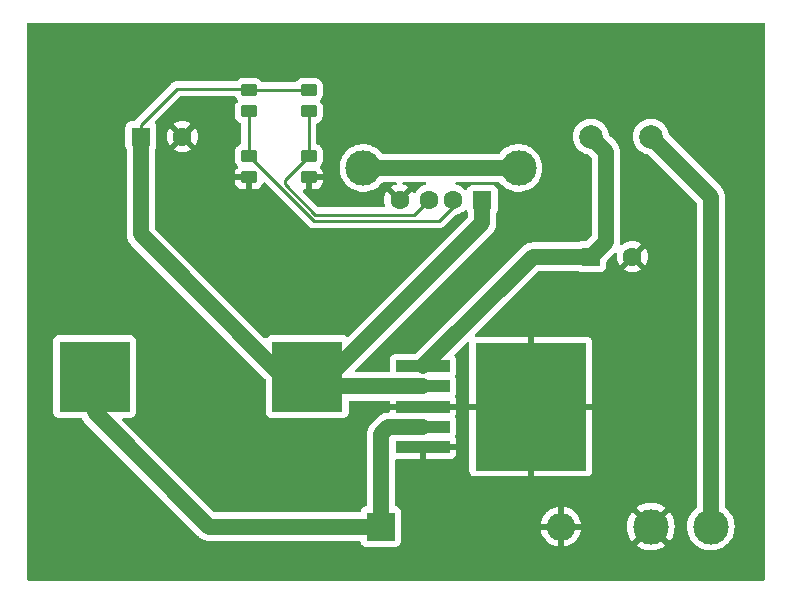
<source format=gbr>
%TF.GenerationSoftware,KiCad,Pcbnew,(6.0.4-0)*%
%TF.CreationDate,2022-06-08T11:17:20-07:00*%
%TF.ProjectId,DC_To_DC_Converter,44435f54-6f5f-4444-935f-436f6e766572,rev?*%
%TF.SameCoordinates,Original*%
%TF.FileFunction,Copper,L1,Top*%
%TF.FilePolarity,Positive*%
%FSLAX46Y46*%
G04 Gerber Fmt 4.6, Leading zero omitted, Abs format (unit mm)*
G04 Created by KiCad (PCBNEW (6.0.4-0)) date 2022-06-08 11:17:20*
%MOMM*%
%LPD*%
G01*
G04 APERTURE LIST*
G04 Aperture macros list*
%AMRoundRect*
0 Rectangle with rounded corners*
0 $1 Rounding radius*
0 $2 $3 $4 $5 $6 $7 $8 $9 X,Y pos of 4 corners*
0 Add a 4 corners polygon primitive as box body*
4,1,4,$2,$3,$4,$5,$6,$7,$8,$9,$2,$3,0*
0 Add four circle primitives for the rounded corners*
1,1,$1+$1,$2,$3*
1,1,$1+$1,$4,$5*
1,1,$1+$1,$6,$7*
1,1,$1+$1,$8,$9*
0 Add four rect primitives between the rounded corners*
20,1,$1+$1,$2,$3,$4,$5,0*
20,1,$1+$1,$4,$5,$6,$7,0*
20,1,$1+$1,$6,$7,$8,$9,0*
20,1,$1+$1,$8,$9,$2,$3,0*%
G04 Aperture macros list end*
%TA.AperFunction,SMDPad,CuDef*%
%ADD10RoundRect,0.250000X-0.450000X0.262500X-0.450000X-0.262500X0.450000X-0.262500X0.450000X0.262500X0*%
%TD*%
%TA.AperFunction,ComponentPad*%
%ADD11R,1.600000X1.600000*%
%TD*%
%TA.AperFunction,ComponentPad*%
%ADD12C,1.600000*%
%TD*%
%TA.AperFunction,ComponentPad*%
%ADD13C,2.000000*%
%TD*%
%TA.AperFunction,ComponentPad*%
%ADD14C,3.000000*%
%TD*%
%TA.AperFunction,ComponentPad*%
%ADD15R,2.400000X2.400000*%
%TD*%
%TA.AperFunction,ComponentPad*%
%ADD16O,2.400000X2.400000*%
%TD*%
%TA.AperFunction,SMDPad,CuDef*%
%ADD17R,4.600000X1.100000*%
%TD*%
%TA.AperFunction,SMDPad,CuDef*%
%ADD18R,9.400000X10.800000*%
%TD*%
%TA.AperFunction,ComponentPad*%
%ADD19R,1.600000X1.500000*%
%TD*%
%TA.AperFunction,SMDPad,CuDef*%
%ADD20R,6.000000X6.000000*%
%TD*%
%TA.AperFunction,Conductor*%
%ADD21C,0.250000*%
%TD*%
%TA.AperFunction,Conductor*%
%ADD22C,1.367030*%
%TD*%
G04 APERTURE END LIST*
D10*
%TO.P,R4,1*%
%TO.N,/2V*%
X141224000Y-37187500D03*
%TO.P,R4,2*%
%TO.N,GND*%
X141224000Y-39012500D03*
%TD*%
%TO.P,R3,1*%
%TO.N,/5V*%
X141224000Y-31599500D03*
%TO.P,R3,2*%
%TO.N,/2V*%
X141224000Y-33424500D03*
%TD*%
%TO.P,R2,1*%
%TO.N,/2.75V*%
X136144000Y-37187500D03*
%TO.P,R2,2*%
%TO.N,GND*%
X136144000Y-39012500D03*
%TD*%
%TO.P,R1,1*%
%TO.N,/5V*%
X136144000Y-31599500D03*
%TO.P,R1,2*%
%TO.N,/2.75V*%
X136144000Y-33424500D03*
%TD*%
D11*
%TO.P,C1,1*%
%TO.N,Net-(C1-Pad1)*%
X165100000Y-45720000D03*
D12*
%TO.P,C1,2*%
%TO.N,GND*%
X168600000Y-45720000D03*
%TD*%
D13*
%TO.P,FB1,1*%
%TO.N,Net-(FB1-Pad1)*%
X170180000Y-35560000D03*
%TO.P,FB1,2*%
%TO.N,Net-(C1-Pad1)*%
X165100000Y-35560000D03*
%TD*%
D14*
%TO.P,J1,1,Pin_1*%
%TO.N,Net-(FB1-Pad1)*%
X175260000Y-68580000D03*
%TO.P,J1,2,Pin_2*%
%TO.N,GND*%
X170180000Y-68580000D03*
%TD*%
D15*
%TO.P,D1,1,K*%
%TO.N,Net-(D1-Pad1)*%
X147320000Y-68580000D03*
D16*
%TO.P,D1,2,A*%
%TO.N,GND*%
X162560000Y-68580000D03*
%TD*%
D17*
%TO.P,U1,1,VIN*%
%TO.N,Net-(C1-Pad1)*%
X150870000Y-55020000D03*
%TO.P,U1,2,OUT*%
%TO.N,/5V*%
X150870000Y-56720000D03*
%TO.P,U1,3,GND*%
%TO.N,GND*%
X150870000Y-58420000D03*
D18*
X160020000Y-58420000D03*
D17*
%TO.P,U1,4,FB*%
%TO.N,Net-(D1-Pad1)*%
X150870000Y-60120000D03*
%TO.P,U1,5,~{ON}/OFF*%
%TO.N,GND*%
X150870000Y-61820000D03*
%TD*%
D11*
%TO.P,C2,1*%
%TO.N,/5V*%
X127000000Y-35560000D03*
D12*
%TO.P,C2,2*%
%TO.N,GND*%
X130500000Y-35560000D03*
%TD*%
D19*
%TO.P,J2,1,VBUS*%
%TO.N,/5V*%
X155900000Y-40920000D03*
D12*
%TO.P,J2,2,D-*%
%TO.N,/2.75V*%
X153400000Y-40920000D03*
%TO.P,J2,3,D+*%
%TO.N,/2V*%
X151400000Y-40920000D03*
%TO.P,J2,4,GND*%
%TO.N,GND*%
X148900000Y-40920000D03*
D14*
%TO.P,J2,5,Shield*%
%TO.N,unconnected-(J2-Pad5)*%
X158970000Y-38210000D03*
X145830000Y-38210000D03*
%TD*%
D20*
%TO.P,L1,1,1*%
%TO.N,Net-(D1-Pad1)*%
X123080000Y-55880000D03*
%TO.P,L1,2,2*%
%TO.N,/5V*%
X141080000Y-55880000D03*
%TD*%
D21*
%TO.N,/2V*%
X141224000Y-37187500D02*
X139192000Y-39219500D01*
X139192000Y-39219500D02*
X139192000Y-39599782D01*
X139192000Y-39599782D02*
X141756218Y-42164000D01*
X141756218Y-42164000D02*
X150156000Y-42164000D01*
X150156000Y-42164000D02*
X151400000Y-40920000D01*
%TO.N,/2.75V*%
X136144000Y-37187500D02*
X141628500Y-42672000D01*
X153400000Y-41547489D02*
X153400000Y-40920000D01*
X141628500Y-42672000D02*
X152275489Y-42672000D01*
X152275489Y-42672000D02*
X153400000Y-41547489D01*
%TO.N,/5V*%
X136144000Y-31599500D02*
X141224000Y-31599500D01*
X130048000Y-31496000D02*
X136040500Y-31496000D01*
X136040500Y-31496000D02*
X136144000Y-31599500D01*
%TO.N,/2.75V*%
X136144000Y-33424500D02*
X136144000Y-37187500D01*
%TO.N,/2V*%
X141224000Y-33424500D02*
X141224000Y-37187500D01*
%TO.N,/5V*%
X127000000Y-34544000D02*
X130048000Y-31496000D01*
X127000000Y-35560000D02*
X127000000Y-34544000D01*
D22*
X141080000Y-55880000D02*
X139040000Y-55880000D01*
X139040000Y-55880000D02*
X127000000Y-43840000D01*
X127000000Y-43840000D02*
X127000000Y-35560000D01*
X141080000Y-55880000D02*
X142875000Y-55880000D01*
X155900000Y-42855000D02*
X155900000Y-40920000D01*
X142875000Y-55880000D02*
X155900000Y-42855000D01*
%TO.N,Net-(C1-Pad1)*%
X160170000Y-45720000D02*
X150870000Y-55020000D01*
X166370000Y-44450000D02*
X165100000Y-45720000D01*
X165100000Y-35560000D02*
X166370000Y-36830000D01*
X166370000Y-36830000D02*
X166370000Y-44450000D01*
X165100000Y-45720000D02*
X160170000Y-45720000D01*
%TO.N,/5V*%
X141920000Y-56720000D02*
X150870000Y-56720000D01*
X141080000Y-55880000D02*
X141920000Y-56720000D01*
%TO.N,Net-(D1-Pad1)*%
X147320000Y-68580000D02*
X132740000Y-68580000D01*
X147320000Y-68580000D02*
X147320000Y-60753948D01*
X132740000Y-68580000D02*
X123080000Y-58920000D01*
X147953948Y-60120000D02*
X150870000Y-60120000D01*
X147320000Y-60753948D02*
X147953948Y-60120000D01*
%TO.N,Net-(FB1-Pad1)*%
X175260000Y-40640000D02*
X170180000Y-35560000D01*
X175260000Y-66040000D02*
X175260000Y-40640000D01*
X175260000Y-68580000D02*
X175260000Y-63500000D01*
%TO.N,unconnected-(J2-Pad5)*%
X145830000Y-38210000D02*
X158970000Y-38210000D01*
%TD*%
%TA.AperFunction,Conductor*%
%TO.N,GND*%
G36*
X179773621Y-25928502D02*
G01*
X179820114Y-25982158D01*
X179831500Y-26034500D01*
X179831500Y-73025500D01*
X179811498Y-73093621D01*
X179757842Y-73140114D01*
X179705500Y-73151500D01*
X117474500Y-73151500D01*
X117406379Y-73131498D01*
X117359886Y-73077842D01*
X117348500Y-73025500D01*
X117348500Y-58928134D01*
X119571500Y-58928134D01*
X119578255Y-58990316D01*
X119629385Y-59126705D01*
X119716739Y-59243261D01*
X119833295Y-59330615D01*
X119969684Y-59381745D01*
X120031866Y-59388500D01*
X121903382Y-59388500D01*
X121971503Y-59408502D01*
X122014890Y-59455832D01*
X122049633Y-59521866D01*
X122076009Y-59571999D01*
X122186899Y-59712662D01*
X122189534Y-59715297D01*
X131865679Y-69391443D01*
X131871316Y-69397460D01*
X131889377Y-69418054D01*
X131915956Y-69448362D01*
X131920491Y-69451937D01*
X131920492Y-69451938D01*
X131988445Y-69505508D01*
X131991007Y-69507583D01*
X132061943Y-69566579D01*
X132066976Y-69569398D01*
X132066981Y-69569401D01*
X132066999Y-69569411D01*
X132083448Y-69580402D01*
X132088001Y-69583991D01*
X132169699Y-69626975D01*
X132172570Y-69628534D01*
X132248044Y-69670802D01*
X132248050Y-69670805D01*
X132253086Y-69673625D01*
X132258555Y-69675482D01*
X132258558Y-69675483D01*
X132258587Y-69675493D01*
X132276738Y-69683291D01*
X132281881Y-69685997D01*
X132287386Y-69687706D01*
X132287390Y-69687708D01*
X132370035Y-69713369D01*
X132373173Y-69714389D01*
X132455066Y-69742189D01*
X132455071Y-69742190D01*
X132460538Y-69744046D01*
X132466253Y-69744875D01*
X132466258Y-69744876D01*
X132466287Y-69744880D01*
X132485567Y-69749243D01*
X132491104Y-69750962D01*
X132570344Y-69760340D01*
X132582769Y-69761811D01*
X132586039Y-69762242D01*
X132616043Y-69766592D01*
X132677348Y-69775481D01*
X132763104Y-69772112D01*
X132768050Y-69772015D01*
X145492350Y-69772015D01*
X145560471Y-69792017D01*
X145606964Y-69845673D01*
X145615004Y-69874914D01*
X145615575Y-69874778D01*
X145617402Y-69882460D01*
X145618255Y-69890316D01*
X145669385Y-70026705D01*
X145756739Y-70143261D01*
X145873295Y-70230615D01*
X146009684Y-70281745D01*
X146071866Y-70288500D01*
X148568134Y-70288500D01*
X148630316Y-70281745D01*
X148766705Y-70230615D01*
X148883261Y-70143261D01*
X148970615Y-70026705D01*
X149021745Y-69890316D01*
X149028500Y-69828134D01*
X149028500Y-68853460D01*
X160872852Y-68853460D01*
X160908593Y-69033143D01*
X160911082Y-69042118D01*
X160993708Y-69272250D01*
X160997505Y-69280778D01*
X161113234Y-69496160D01*
X161118245Y-69504027D01*
X161264550Y-69699953D01*
X161270656Y-69706977D01*
X161444316Y-69879127D01*
X161451398Y-69885176D01*
X161648586Y-70029760D01*
X161656505Y-70034708D01*
X161872877Y-70148547D01*
X161881451Y-70152275D01*
X162112282Y-70232885D01*
X162121291Y-70235299D01*
X162288201Y-70266988D01*
X162301261Y-70265704D01*
X162305506Y-70252360D01*
X162814000Y-70252360D01*
X162818171Y-70266565D01*
X162830933Y-70268620D01*
X162867487Y-70264617D01*
X162876649Y-70262919D01*
X163113107Y-70200665D01*
X163121926Y-70197628D01*
X163187037Y-70169654D01*
X168955618Y-70169654D01*
X168962673Y-70179627D01*
X168993679Y-70205551D01*
X169000598Y-70210579D01*
X169225272Y-70351515D01*
X169232807Y-70355556D01*
X169474520Y-70464694D01*
X169482551Y-70467680D01*
X169736832Y-70543002D01*
X169745184Y-70544869D01*
X170007340Y-70584984D01*
X170015874Y-70585700D01*
X170281045Y-70589867D01*
X170289596Y-70589418D01*
X170552883Y-70557557D01*
X170561284Y-70555955D01*
X170817824Y-70488653D01*
X170825926Y-70485926D01*
X171070949Y-70384434D01*
X171078617Y-70380628D01*
X171307598Y-70246822D01*
X171314679Y-70242009D01*
X171394655Y-70179301D01*
X171403125Y-70167442D01*
X171396608Y-70155818D01*
X170192812Y-68952022D01*
X170178868Y-68944408D01*
X170177035Y-68944539D01*
X170170420Y-68948790D01*
X168962910Y-70156300D01*
X168955618Y-70169654D01*
X163187037Y-70169654D01*
X163346584Y-70101107D01*
X163354856Y-70096800D01*
X163562777Y-69968135D01*
X163570317Y-69962657D01*
X163756943Y-69804668D01*
X163763593Y-69798132D01*
X163924813Y-69614295D01*
X163930420Y-69606854D01*
X164062700Y-69401202D01*
X164067147Y-69393011D01*
X164167572Y-69170076D01*
X164170767Y-69161298D01*
X164237135Y-68925973D01*
X164238993Y-68916844D01*
X164247246Y-68851969D01*
X164244958Y-68837708D01*
X164231938Y-68834000D01*
X162832115Y-68834000D01*
X162816876Y-68838475D01*
X162815671Y-68839865D01*
X162814000Y-68847548D01*
X162814000Y-70252360D01*
X162305506Y-70252360D01*
X162306000Y-70250808D01*
X162306000Y-68852115D01*
X162301525Y-68836876D01*
X162300135Y-68835671D01*
X162292452Y-68834000D01*
X160887096Y-68834000D01*
X160874695Y-68837641D01*
X160872852Y-68853460D01*
X149028500Y-68853460D01*
X149028500Y-68563204D01*
X168167665Y-68563204D01*
X168182932Y-68827969D01*
X168184005Y-68836470D01*
X168235065Y-69096722D01*
X168237276Y-69104974D01*
X168323184Y-69355894D01*
X168326499Y-69363779D01*
X168445664Y-69600713D01*
X168450020Y-69608079D01*
X168579347Y-69796250D01*
X168589601Y-69804594D01*
X168603342Y-69797448D01*
X169807978Y-68592812D01*
X169814356Y-68581132D01*
X170544408Y-68581132D01*
X170544539Y-68582965D01*
X170548790Y-68589580D01*
X171755730Y-69796520D01*
X171767939Y-69803187D01*
X171779439Y-69794497D01*
X171876831Y-69661913D01*
X171881418Y-69654685D01*
X172007962Y-69421621D01*
X172011530Y-69413827D01*
X172105271Y-69165750D01*
X172107748Y-69157544D01*
X172166954Y-68899038D01*
X172168294Y-68890577D01*
X172192031Y-68624616D01*
X172192277Y-68619677D01*
X172192666Y-68582485D01*
X172192523Y-68577519D01*
X172174362Y-68311123D01*
X172173201Y-68302649D01*
X172119419Y-68042944D01*
X172117120Y-68034709D01*
X172028588Y-67784705D01*
X172025191Y-67776854D01*
X171903550Y-67541178D01*
X171899122Y-67533866D01*
X171780031Y-67364417D01*
X171769509Y-67356037D01*
X171756121Y-67363089D01*
X170552022Y-68567188D01*
X170544408Y-68581132D01*
X169814356Y-68581132D01*
X169815592Y-68578868D01*
X169815461Y-68577035D01*
X169811210Y-68570420D01*
X168603814Y-67363024D01*
X168591804Y-67356466D01*
X168580064Y-67365434D01*
X168471935Y-67515911D01*
X168467418Y-67523196D01*
X168343325Y-67757567D01*
X168339839Y-67765395D01*
X168248700Y-68014446D01*
X168246311Y-68022670D01*
X168189812Y-68281795D01*
X168188563Y-68290250D01*
X168167754Y-68554653D01*
X168167665Y-68563204D01*
X149028500Y-68563204D01*
X149028500Y-68307976D01*
X160870675Y-68307976D01*
X160873435Y-68322703D01*
X160885614Y-68326000D01*
X162287885Y-68326000D01*
X162303124Y-68321525D01*
X162304329Y-68320135D01*
X162306000Y-68312452D01*
X162306000Y-68307885D01*
X162814000Y-68307885D01*
X162818475Y-68323124D01*
X162819865Y-68324329D01*
X162827548Y-68326000D01*
X164235671Y-68326000D01*
X164249202Y-68322027D01*
X164250634Y-68312068D01*
X164198979Y-68083786D01*
X164196255Y-68074875D01*
X164107633Y-67846983D01*
X164103619Y-67838567D01*
X163982286Y-67626281D01*
X163977070Y-67618548D01*
X163825692Y-67426525D01*
X163819399Y-67419657D01*
X163641294Y-67252112D01*
X163634060Y-67246254D01*
X163433141Y-67106872D01*
X163425115Y-67102144D01*
X163205810Y-66993995D01*
X163202110Y-66992500D01*
X168956584Y-66992500D01*
X168962980Y-67003770D01*
X170167188Y-68207978D01*
X170181132Y-68215592D01*
X170182965Y-68215461D01*
X170189580Y-68211210D01*
X171396604Y-67004186D01*
X171403795Y-66991017D01*
X171396473Y-66980780D01*
X171349233Y-66942115D01*
X171342261Y-66937160D01*
X171116122Y-66798582D01*
X171108552Y-66794624D01*
X170865704Y-66688022D01*
X170857644Y-66685120D01*
X170602592Y-66612467D01*
X170594214Y-66610685D01*
X170331656Y-66573318D01*
X170323111Y-66572691D01*
X170057908Y-66571302D01*
X170049374Y-66571839D01*
X169786433Y-66606456D01*
X169778035Y-66608149D01*
X169522238Y-66678127D01*
X169514143Y-66680946D01*
X169270199Y-66784997D01*
X169262577Y-66788881D01*
X169035013Y-66925075D01*
X169027981Y-66929962D01*
X168965053Y-66980377D01*
X168956584Y-66992500D01*
X163202110Y-66992500D01*
X163197177Y-66990507D01*
X162964288Y-66915958D01*
X162955238Y-66913785D01*
X162831880Y-66893696D01*
X162818286Y-66895393D01*
X162814000Y-66909500D01*
X162814000Y-68307885D01*
X162306000Y-68307885D01*
X162306000Y-66908859D01*
X162301982Y-66895175D01*
X162288290Y-66893154D01*
X162208521Y-66904010D01*
X162199403Y-66905948D01*
X161964668Y-66974367D01*
X161955915Y-66977639D01*
X161733869Y-67080004D01*
X161725714Y-67084524D01*
X161521233Y-67218587D01*
X161513828Y-67224270D01*
X161331413Y-67387082D01*
X161324935Y-67393790D01*
X161168584Y-67581781D01*
X161163163Y-67589381D01*
X161036322Y-67798409D01*
X161032084Y-67806726D01*
X160937529Y-68032214D01*
X160934572Y-68041052D01*
X160874382Y-68278048D01*
X160872764Y-68287228D01*
X160870675Y-68307976D01*
X149028500Y-68307976D01*
X149028500Y-67331866D01*
X149021745Y-67269684D01*
X148970615Y-67133295D01*
X148883261Y-67016739D01*
X148766705Y-66929385D01*
X148630316Y-66878255D01*
X148622460Y-66877402D01*
X148614778Y-66875575D01*
X148615203Y-66873789D01*
X148558844Y-66850370D01*
X148518418Y-66792006D01*
X148512015Y-66752350D01*
X148512015Y-63864669D01*
X154812001Y-63864669D01*
X154812371Y-63871490D01*
X154817895Y-63922352D01*
X154821521Y-63937604D01*
X154866676Y-64058054D01*
X154875214Y-64073649D01*
X154951715Y-64175724D01*
X154964276Y-64188285D01*
X155066351Y-64264786D01*
X155081946Y-64273324D01*
X155202394Y-64318478D01*
X155217649Y-64322105D01*
X155268514Y-64327631D01*
X155275328Y-64328000D01*
X159747885Y-64328000D01*
X159763124Y-64323525D01*
X159764329Y-64322135D01*
X159766000Y-64314452D01*
X159766000Y-64309884D01*
X160274000Y-64309884D01*
X160278475Y-64325123D01*
X160279865Y-64326328D01*
X160287548Y-64327999D01*
X164764669Y-64327999D01*
X164771490Y-64327629D01*
X164822352Y-64322105D01*
X164837604Y-64318479D01*
X164958054Y-64273324D01*
X164973649Y-64264786D01*
X165075724Y-64188285D01*
X165088285Y-64175724D01*
X165164786Y-64073649D01*
X165173324Y-64058054D01*
X165218478Y-63937606D01*
X165222105Y-63922351D01*
X165227631Y-63871486D01*
X165228000Y-63864672D01*
X165228000Y-58692115D01*
X165223525Y-58676876D01*
X165222135Y-58675671D01*
X165214452Y-58674000D01*
X160292115Y-58674000D01*
X160276876Y-58678475D01*
X160275671Y-58679865D01*
X160274000Y-58687548D01*
X160274000Y-64309884D01*
X159766000Y-64309884D01*
X159766000Y-58692115D01*
X159761525Y-58676876D01*
X159760135Y-58675671D01*
X159752452Y-58674000D01*
X154830116Y-58674000D01*
X154814877Y-58678475D01*
X154813672Y-58679865D01*
X154812001Y-58687548D01*
X154812001Y-63864669D01*
X148512015Y-63864669D01*
X148512015Y-63004000D01*
X148532017Y-62935879D01*
X148585673Y-62889386D01*
X148638015Y-62878000D01*
X150597885Y-62878000D01*
X150613124Y-62873525D01*
X150614329Y-62872135D01*
X150616000Y-62864452D01*
X150616000Y-62859884D01*
X151124000Y-62859884D01*
X151128475Y-62875123D01*
X151129865Y-62876328D01*
X151137548Y-62877999D01*
X153214669Y-62877999D01*
X153221490Y-62877629D01*
X153272352Y-62872105D01*
X153287604Y-62868479D01*
X153408054Y-62823324D01*
X153423649Y-62814786D01*
X153525724Y-62738285D01*
X153538285Y-62725724D01*
X153614786Y-62623649D01*
X153623324Y-62608054D01*
X153668478Y-62487606D01*
X153672105Y-62472351D01*
X153677631Y-62421486D01*
X153678000Y-62414672D01*
X153678000Y-62092115D01*
X153673525Y-62076876D01*
X153672135Y-62075671D01*
X153664452Y-62074000D01*
X151142115Y-62074000D01*
X151126876Y-62078475D01*
X151125671Y-62079865D01*
X151124000Y-62087548D01*
X151124000Y-62859884D01*
X150616000Y-62859884D01*
X150616000Y-61692000D01*
X150636002Y-61623879D01*
X150689658Y-61577386D01*
X150742000Y-61566000D01*
X153659884Y-61566000D01*
X153675123Y-61561525D01*
X153676328Y-61560135D01*
X153677999Y-61552452D01*
X153677999Y-61225331D01*
X153677629Y-61218510D01*
X153672105Y-61167648D01*
X153668479Y-61152396D01*
X153623321Y-61031939D01*
X153622826Y-61031034D01*
X153622607Y-61030034D01*
X153620172Y-61023538D01*
X153621110Y-61023186D01*
X153607657Y-60961677D01*
X153620838Y-60916788D01*
X153620615Y-60916705D01*
X153621756Y-60913663D01*
X153621758Y-60913656D01*
X153671745Y-60780316D01*
X153678500Y-60718134D01*
X153678500Y-59521866D01*
X153671745Y-59459684D01*
X153620615Y-59323295D01*
X153621307Y-59323036D01*
X153607657Y-59260626D01*
X153620580Y-59216615D01*
X153620172Y-59216462D01*
X153622262Y-59210888D01*
X153622826Y-59208966D01*
X153623321Y-59208061D01*
X153668478Y-59087606D01*
X153672105Y-59072351D01*
X153677631Y-59021486D01*
X153678000Y-59014672D01*
X153678000Y-58692115D01*
X153673525Y-58676876D01*
X153672135Y-58675671D01*
X153664452Y-58674000D01*
X148080116Y-58674000D01*
X148064877Y-58678475D01*
X148063672Y-58679865D01*
X148062001Y-58687548D01*
X148062001Y-58797895D01*
X148041999Y-58866016D01*
X147988343Y-58912509D01*
X147934119Y-58922461D01*
X147934147Y-58923515D01*
X147928378Y-58923666D01*
X147922611Y-58923288D01*
X147830914Y-58934142D01*
X147827654Y-58934483D01*
X147800932Y-58936939D01*
X147741545Y-58942395D01*
X147741543Y-58942395D01*
X147735790Y-58942924D01*
X147730236Y-58944490D01*
X147730227Y-58944492D01*
X147730204Y-58944499D01*
X147710823Y-58948355D01*
X147705052Y-58949038D01*
X147616893Y-58976412D01*
X147613788Y-58977331D01*
X147530509Y-59000818D01*
X147530501Y-59000821D01*
X147524938Y-59002390D01*
X147519758Y-59004944D01*
X147519751Y-59004947D01*
X147519732Y-59004957D01*
X147501380Y-59012279D01*
X147501362Y-59012285D01*
X147495829Y-59014003D01*
X147490722Y-59016690D01*
X147490717Y-59016692D01*
X147414183Y-59056959D01*
X147411245Y-59058457D01*
X147391377Y-59068255D01*
X147328453Y-59099286D01*
X147323804Y-59102758D01*
X147307082Y-59113308D01*
X147301949Y-59116009D01*
X147297412Y-59119586D01*
X147297407Y-59119589D01*
X147229491Y-59173131D01*
X147226873Y-59175140D01*
X147171331Y-59216615D01*
X147152917Y-59230365D01*
X147148993Y-59234610D01*
X147094647Y-59293401D01*
X147091217Y-59296968D01*
X146508549Y-59879635D01*
X146502532Y-59885271D01*
X146451638Y-59929904D01*
X146448063Y-59934439D01*
X146448062Y-59934440D01*
X146394492Y-60002393D01*
X146392417Y-60004955D01*
X146333421Y-60075891D01*
X146330602Y-60080924D01*
X146330599Y-60080929D01*
X146330589Y-60080947D01*
X146319598Y-60097396D01*
X146316009Y-60101949D01*
X146273040Y-60183619D01*
X146271466Y-60186518D01*
X146229198Y-60261992D01*
X146229195Y-60261998D01*
X146226375Y-60267034D01*
X146224518Y-60272503D01*
X146224517Y-60272506D01*
X146224507Y-60272535D01*
X146216709Y-60290686D01*
X146214003Y-60295829D01*
X146212294Y-60301334D01*
X146212292Y-60301338D01*
X146186631Y-60383983D01*
X146185611Y-60387121D01*
X146157811Y-60469014D01*
X146157810Y-60469019D01*
X146155954Y-60474486D01*
X146155125Y-60480201D01*
X146155124Y-60480206D01*
X146155120Y-60480235D01*
X146150757Y-60499515D01*
X146149038Y-60505052D01*
X146139660Y-60584292D01*
X146138189Y-60596717D01*
X146137758Y-60599987D01*
X146124519Y-60691296D01*
X146125707Y-60721531D01*
X146127888Y-60777052D01*
X146127985Y-60781998D01*
X146127985Y-66752350D01*
X146107983Y-66820471D01*
X146054327Y-66866964D01*
X146025086Y-66875004D01*
X146025222Y-66875575D01*
X146017540Y-66877402D01*
X146009684Y-66878255D01*
X145873295Y-66929385D01*
X145756739Y-67016739D01*
X145669385Y-67133295D01*
X145618255Y-67269684D01*
X145617402Y-67277540D01*
X145615575Y-67285222D01*
X145613789Y-67284797D01*
X145590370Y-67341156D01*
X145532006Y-67381582D01*
X145492350Y-67387985D01*
X133285938Y-67387985D01*
X133217817Y-67367983D01*
X133196843Y-67351080D01*
X125449359Y-59603595D01*
X125415333Y-59541283D01*
X125420398Y-59470468D01*
X125462945Y-59413632D01*
X125529465Y-59388821D01*
X125538454Y-59388500D01*
X126128134Y-59388500D01*
X126190316Y-59381745D01*
X126326705Y-59330615D01*
X126443261Y-59243261D01*
X126530615Y-59126705D01*
X126581745Y-58990316D01*
X126588500Y-58928134D01*
X126588500Y-52831866D01*
X126581745Y-52769684D01*
X126530615Y-52633295D01*
X126443261Y-52516739D01*
X126326705Y-52429385D01*
X126190316Y-52378255D01*
X126128134Y-52371500D01*
X120031866Y-52371500D01*
X119969684Y-52378255D01*
X119833295Y-52429385D01*
X119716739Y-52516739D01*
X119629385Y-52633295D01*
X119578255Y-52769684D01*
X119571500Y-52831866D01*
X119571500Y-58928134D01*
X117348500Y-58928134D01*
X117348500Y-36408134D01*
X125691500Y-36408134D01*
X125698255Y-36470316D01*
X125749385Y-36606705D01*
X125782811Y-36651305D01*
X125807659Y-36717811D01*
X125807985Y-36726870D01*
X125807985Y-43795552D01*
X125807715Y-43803793D01*
X125803288Y-43871338D01*
X125803967Y-43877073D01*
X125814140Y-43963023D01*
X125814483Y-43966297D01*
X125822924Y-44058158D01*
X125824490Y-44063712D01*
X125824492Y-44063721D01*
X125824499Y-44063744D01*
X125828355Y-44083125D01*
X125829038Y-44088896D01*
X125856412Y-44177055D01*
X125857331Y-44180160D01*
X125880818Y-44263439D01*
X125880821Y-44263447D01*
X125882390Y-44269010D01*
X125884944Y-44274190D01*
X125884947Y-44274197D01*
X125884957Y-44274216D01*
X125892279Y-44292568D01*
X125894003Y-44298119D01*
X125896690Y-44303226D01*
X125896692Y-44303231D01*
X125936959Y-44379765D01*
X125938457Y-44382703D01*
X125979286Y-44465495D01*
X125982755Y-44470140D01*
X125993308Y-44486866D01*
X125996009Y-44491999D01*
X125999586Y-44496536D01*
X125999589Y-44496541D01*
X126053131Y-44564457D01*
X126055140Y-44567075D01*
X126096097Y-44621923D01*
X126110365Y-44641031D01*
X126155098Y-44682382D01*
X126173402Y-44699302D01*
X126176968Y-44702731D01*
X137534595Y-56060359D01*
X137568621Y-56122671D01*
X137571500Y-56149454D01*
X137571500Y-58928134D01*
X137578255Y-58990316D01*
X137629385Y-59126705D01*
X137716739Y-59243261D01*
X137833295Y-59330615D01*
X137969684Y-59381745D01*
X138031866Y-59388500D01*
X144128134Y-59388500D01*
X144190316Y-59381745D01*
X144326705Y-59330615D01*
X144443261Y-59243261D01*
X144530615Y-59126705D01*
X144581745Y-58990316D01*
X144588500Y-58928134D01*
X144588500Y-58038015D01*
X144608502Y-57969894D01*
X144662158Y-57923401D01*
X144714500Y-57912015D01*
X147936000Y-57912015D01*
X148004121Y-57932017D01*
X148050614Y-57985673D01*
X148062000Y-58038015D01*
X148062000Y-58147885D01*
X148066475Y-58163124D01*
X148067865Y-58164329D01*
X148075548Y-58166000D01*
X153659884Y-58166000D01*
X153675123Y-58161525D01*
X153676328Y-58160135D01*
X153677999Y-58152452D01*
X153677999Y-57825331D01*
X153677629Y-57818510D01*
X153672105Y-57767648D01*
X153668479Y-57752396D01*
X153623321Y-57631939D01*
X153622826Y-57631034D01*
X153622607Y-57630034D01*
X153620172Y-57623538D01*
X153621110Y-57623186D01*
X153607657Y-57561677D01*
X153620838Y-57516788D01*
X153620615Y-57516705D01*
X153621756Y-57513663D01*
X153621758Y-57513656D01*
X153671745Y-57380316D01*
X153678500Y-57318134D01*
X153678500Y-56121866D01*
X153671745Y-56059684D01*
X153620615Y-55923295D01*
X153621466Y-55922976D01*
X153607945Y-55861151D01*
X153620958Y-55816834D01*
X153620615Y-55816705D01*
X153622372Y-55812019D01*
X153622373Y-55812015D01*
X153671745Y-55680316D01*
X153678500Y-55618134D01*
X153678500Y-54421866D01*
X153671745Y-54359684D01*
X153620615Y-54223295D01*
X153571256Y-54157435D01*
X153546408Y-54090930D01*
X153561461Y-54021548D01*
X153582987Y-53992776D01*
X154596905Y-52978858D01*
X154659217Y-52944832D01*
X154730032Y-52949897D01*
X154786868Y-52992444D01*
X154811679Y-53058964D01*
X154812000Y-53067953D01*
X154812000Y-58147885D01*
X154816475Y-58163124D01*
X154817865Y-58164329D01*
X154825548Y-58166000D01*
X159747885Y-58166000D01*
X159763124Y-58161525D01*
X159764329Y-58160135D01*
X159766000Y-58152452D01*
X159766000Y-58147885D01*
X160274000Y-58147885D01*
X160278475Y-58163124D01*
X160279865Y-58164329D01*
X160287548Y-58166000D01*
X165209884Y-58166000D01*
X165225123Y-58161525D01*
X165226328Y-58160135D01*
X165227999Y-58152452D01*
X165227999Y-52975331D01*
X165227629Y-52968510D01*
X165222105Y-52917648D01*
X165218479Y-52902396D01*
X165173324Y-52781946D01*
X165164786Y-52766351D01*
X165088285Y-52664276D01*
X165075724Y-52651715D01*
X164973649Y-52575214D01*
X164958054Y-52566676D01*
X164837606Y-52521522D01*
X164822351Y-52517895D01*
X164771486Y-52512369D01*
X164764672Y-52512000D01*
X160292115Y-52512000D01*
X160276876Y-52516475D01*
X160275671Y-52517865D01*
X160274000Y-52525548D01*
X160274000Y-58147885D01*
X159766000Y-58147885D01*
X159766000Y-52530116D01*
X159761525Y-52514877D01*
X159760135Y-52513672D01*
X159752452Y-52512001D01*
X155367952Y-52512001D01*
X155299831Y-52491999D01*
X155253338Y-52438343D01*
X155243234Y-52368069D01*
X155272728Y-52303489D01*
X155278857Y-52296906D01*
X160626844Y-46948920D01*
X160689156Y-46914894D01*
X160715939Y-46912015D01*
X163933130Y-46912015D01*
X164001251Y-46932017D01*
X164008691Y-46937186D01*
X164053295Y-46970615D01*
X164189684Y-47021745D01*
X164251866Y-47028500D01*
X165948134Y-47028500D01*
X166010316Y-47021745D01*
X166146705Y-46970615D01*
X166263261Y-46883261D01*
X166321119Y-46806062D01*
X167878493Y-46806062D01*
X167887789Y-46818077D01*
X167938994Y-46853931D01*
X167948489Y-46859414D01*
X168145947Y-46951490D01*
X168156239Y-46955236D01*
X168366688Y-47011625D01*
X168377481Y-47013528D01*
X168594525Y-47032517D01*
X168605475Y-47032517D01*
X168822519Y-47013528D01*
X168833312Y-47011625D01*
X169043761Y-46955236D01*
X169054053Y-46951490D01*
X169251511Y-46859414D01*
X169261006Y-46853931D01*
X169313048Y-46817491D01*
X169321424Y-46807012D01*
X169314356Y-46793566D01*
X168612812Y-46092022D01*
X168598868Y-46084408D01*
X168597035Y-46084539D01*
X168590420Y-46088790D01*
X167884923Y-46794287D01*
X167878493Y-46806062D01*
X166321119Y-46806062D01*
X166350615Y-46766705D01*
X166401745Y-46630316D01*
X166408500Y-46568134D01*
X166408500Y-46149454D01*
X166428502Y-46081333D01*
X166445405Y-46060358D01*
X167090273Y-45415491D01*
X167152585Y-45381466D01*
X167223401Y-45386531D01*
X167280236Y-45429078D01*
X167305047Y-45495598D01*
X167304889Y-45515568D01*
X167287483Y-45714525D01*
X167287483Y-45725475D01*
X167306472Y-45942519D01*
X167308375Y-45953312D01*
X167364764Y-46163761D01*
X167368510Y-46174053D01*
X167460586Y-46371511D01*
X167466069Y-46381006D01*
X167502509Y-46433048D01*
X167512988Y-46441424D01*
X167526434Y-46434356D01*
X168239658Y-45721132D01*
X168964408Y-45721132D01*
X168964539Y-45722965D01*
X168968790Y-45729580D01*
X169674287Y-46435077D01*
X169686062Y-46441507D01*
X169698077Y-46432211D01*
X169733931Y-46381006D01*
X169739414Y-46371511D01*
X169831490Y-46174053D01*
X169835236Y-46163761D01*
X169891625Y-45953312D01*
X169893528Y-45942519D01*
X169912517Y-45725475D01*
X169912517Y-45714525D01*
X169893528Y-45497481D01*
X169891625Y-45486688D01*
X169835236Y-45276239D01*
X169831490Y-45265947D01*
X169739414Y-45068489D01*
X169733931Y-45058994D01*
X169697491Y-45006952D01*
X169687012Y-44998576D01*
X169673566Y-45005644D01*
X168972022Y-45707188D01*
X168964408Y-45721132D01*
X168239658Y-45721132D01*
X169315077Y-44645713D01*
X169321507Y-44633938D01*
X169312211Y-44621923D01*
X169261006Y-44586069D01*
X169251511Y-44580586D01*
X169054053Y-44488510D01*
X169043761Y-44484764D01*
X168833312Y-44428375D01*
X168822519Y-44426472D01*
X168605475Y-44407483D01*
X168594525Y-44407483D01*
X168377481Y-44426472D01*
X168366688Y-44428375D01*
X168156239Y-44484764D01*
X168145947Y-44488510D01*
X167948489Y-44580586D01*
X167938993Y-44586069D01*
X167760527Y-44711032D01*
X167758814Y-44712470D01*
X167757908Y-44712867D01*
X167756022Y-44714187D01*
X167755757Y-44713808D01*
X167693773Y-44740936D01*
X167623668Y-44729719D01*
X167570757Y-44682382D01*
X167551837Y-44613953D01*
X167553125Y-44597870D01*
X167557781Y-44565756D01*
X167565481Y-44512653D01*
X167562112Y-44426897D01*
X167562015Y-44421951D01*
X167562015Y-36874443D01*
X167562285Y-36866202D01*
X167566334Y-36804428D01*
X167566712Y-36798662D01*
X167555859Y-36706971D01*
X167555516Y-36703696D01*
X167547605Y-36617597D01*
X167547605Y-36617595D01*
X167547076Y-36611842D01*
X167545510Y-36606288D01*
X167545508Y-36606279D01*
X167545501Y-36606256D01*
X167541645Y-36586875D01*
X167540962Y-36581104D01*
X167513588Y-36492945D01*
X167512669Y-36489840D01*
X167489182Y-36406561D01*
X167489179Y-36406553D01*
X167487610Y-36400990D01*
X167485056Y-36395810D01*
X167485053Y-36395803D01*
X167485043Y-36395784D01*
X167477721Y-36377432D01*
X167477709Y-36377395D01*
X167475997Y-36371881D01*
X167473310Y-36366774D01*
X167473308Y-36366769D01*
X167433041Y-36290235D01*
X167431543Y-36287297D01*
X167394169Y-36211511D01*
X167390714Y-36204505D01*
X167387242Y-36199856D01*
X167376691Y-36183133D01*
X167376681Y-36183114D01*
X167373991Y-36178001D01*
X167316846Y-36105512D01*
X167314849Y-36102910D01*
X167263092Y-36033599D01*
X167259635Y-36028969D01*
X167196611Y-35970710D01*
X167193045Y-35967281D01*
X166785764Y-35560000D01*
X168666835Y-35560000D01*
X168685465Y-35796711D01*
X168740895Y-36027594D01*
X168742788Y-36032165D01*
X168742789Y-36032167D01*
X168829695Y-36241977D01*
X168831760Y-36246963D01*
X168834346Y-36251183D01*
X168953241Y-36445202D01*
X168953245Y-36445208D01*
X168955824Y-36449416D01*
X169110031Y-36629969D01*
X169113787Y-36633177D01*
X169115087Y-36634287D01*
X169290584Y-36784176D01*
X169294792Y-36786755D01*
X169294798Y-36786759D01*
X169443391Y-36877817D01*
X169493037Y-36908240D01*
X169497607Y-36910133D01*
X169497611Y-36910135D01*
X169585574Y-36946570D01*
X169712406Y-36999105D01*
X169943289Y-37054535D01*
X169948222Y-37054923D01*
X169953114Y-37055698D01*
X169952865Y-37057271D01*
X170012649Y-37080051D01*
X170025527Y-37091290D01*
X174031080Y-41096844D01*
X174065106Y-41159156D01*
X174067985Y-41185939D01*
X174067985Y-66900860D01*
X174047983Y-66968981D01*
X174020765Y-66999194D01*
X173900666Y-67095411D01*
X173900660Y-67095417D01*
X173897318Y-67098094D01*
X173708808Y-67296742D01*
X173549002Y-67519136D01*
X173420857Y-67761161D01*
X173419385Y-67765184D01*
X173419383Y-67765188D01*
X173412314Y-67784506D01*
X173326743Y-68018337D01*
X173268404Y-68285907D01*
X173246917Y-68558918D01*
X173262682Y-68832320D01*
X173263507Y-68836525D01*
X173263508Y-68836533D01*
X173284698Y-68944539D01*
X173315405Y-69101053D01*
X173316792Y-69105103D01*
X173316793Y-69105108D01*
X173337605Y-69165895D01*
X173404112Y-69360144D01*
X173406039Y-69363975D01*
X173514890Y-69580402D01*
X173527160Y-69604799D01*
X173529586Y-69608328D01*
X173529589Y-69608334D01*
X173658741Y-69796250D01*
X173682274Y-69830490D01*
X173866582Y-70033043D01*
X174076675Y-70208707D01*
X174080316Y-70210991D01*
X174305024Y-70351951D01*
X174305028Y-70351953D01*
X174308664Y-70354234D01*
X174376544Y-70384883D01*
X174554345Y-70465164D01*
X174554349Y-70465166D01*
X174558257Y-70466930D01*
X174562377Y-70468150D01*
X174562376Y-70468150D01*
X174816723Y-70543491D01*
X174816727Y-70543492D01*
X174820836Y-70544709D01*
X174825070Y-70545357D01*
X174825075Y-70545358D01*
X175087298Y-70585483D01*
X175087300Y-70585483D01*
X175091540Y-70586132D01*
X175230912Y-70588322D01*
X175361071Y-70590367D01*
X175361077Y-70590367D01*
X175365362Y-70590434D01*
X175637235Y-70557534D01*
X175902127Y-70488041D01*
X175906087Y-70486401D01*
X175906092Y-70486399D01*
X176028631Y-70435641D01*
X176155136Y-70383241D01*
X176327366Y-70282598D01*
X176387879Y-70247237D01*
X176387880Y-70247236D01*
X176391582Y-70245073D01*
X176607089Y-70076094D01*
X176648809Y-70033043D01*
X176731059Y-69948167D01*
X176797669Y-69879431D01*
X176800202Y-69875983D01*
X176800206Y-69875978D01*
X176957257Y-69662178D01*
X176959795Y-69658723D01*
X176961841Y-69654955D01*
X177088418Y-69421830D01*
X177088419Y-69421828D01*
X177090468Y-69418054D01*
X177187269Y-69161877D01*
X177248407Y-68894933D01*
X177252109Y-68853460D01*
X177272531Y-68624627D01*
X177272532Y-68624616D01*
X177272751Y-68622161D01*
X177273193Y-68580000D01*
X177271465Y-68554648D01*
X177254859Y-68311055D01*
X177254858Y-68311049D01*
X177254567Y-68306778D01*
X177199032Y-68038612D01*
X177107617Y-67780465D01*
X176982013Y-67537112D01*
X176972040Y-67522921D01*
X176903279Y-67425084D01*
X176824545Y-67313057D01*
X176657500Y-67133295D01*
X176641046Y-67115588D01*
X176641043Y-67115585D01*
X176638125Y-67112445D01*
X176498208Y-66997924D01*
X176458163Y-66939300D01*
X176452015Y-66900421D01*
X176452015Y-40684449D01*
X176452285Y-40676208D01*
X176456334Y-40614429D01*
X176456712Y-40608663D01*
X176445858Y-40516966D01*
X176445516Y-40513699D01*
X176437605Y-40427597D01*
X176437605Y-40427595D01*
X176437076Y-40421842D01*
X176435510Y-40416288D01*
X176435508Y-40416279D01*
X176435501Y-40416256D01*
X176431645Y-40396875D01*
X176430962Y-40391104D01*
X176403588Y-40302945D01*
X176402669Y-40299840D01*
X176379181Y-40216558D01*
X176379178Y-40216551D01*
X176377610Y-40210990D01*
X176375056Y-40205810D01*
X176375053Y-40205803D01*
X176375043Y-40205784D01*
X176367721Y-40187432D01*
X176367709Y-40187395D01*
X176365997Y-40181881D01*
X176363310Y-40176774D01*
X176363308Y-40176769D01*
X176323041Y-40100235D01*
X176321543Y-40097297D01*
X176283268Y-40019684D01*
X176280714Y-40014505D01*
X176277242Y-40009856D01*
X176266691Y-39993133D01*
X176266682Y-39993116D01*
X176263991Y-39988001D01*
X176260414Y-39983464D01*
X176260411Y-39983459D01*
X176206869Y-39915543D01*
X176204860Y-39912925D01*
X176153092Y-39843598D01*
X176153090Y-39843595D01*
X176149635Y-39838969D01*
X176086598Y-39780698D01*
X176083032Y-39777269D01*
X171711290Y-35405527D01*
X171677264Y-35343215D01*
X171675774Y-35333102D01*
X171675698Y-35333114D01*
X171674923Y-35328222D01*
X171674535Y-35323289D01*
X171619105Y-35092406D01*
X171528240Y-34873037D01*
X171512255Y-34846952D01*
X171406759Y-34674798D01*
X171406755Y-34674792D01*
X171404176Y-34670584D01*
X171263701Y-34506109D01*
X171253177Y-34493787D01*
X171249969Y-34490031D01*
X171245758Y-34486434D01*
X171168659Y-34420586D01*
X171069416Y-34335824D01*
X171065208Y-34333245D01*
X171065202Y-34333241D01*
X170871183Y-34214346D01*
X170866963Y-34211760D01*
X170862393Y-34209867D01*
X170862389Y-34209865D01*
X170652167Y-34122789D01*
X170652165Y-34122788D01*
X170647594Y-34120895D01*
X170567391Y-34101640D01*
X170421524Y-34066620D01*
X170421518Y-34066619D01*
X170416711Y-34065465D01*
X170180000Y-34046835D01*
X169943289Y-34065465D01*
X169938482Y-34066619D01*
X169938476Y-34066620D01*
X169792609Y-34101640D01*
X169712406Y-34120895D01*
X169707835Y-34122788D01*
X169707833Y-34122789D01*
X169497611Y-34209865D01*
X169497607Y-34209867D01*
X169493037Y-34211760D01*
X169488817Y-34214346D01*
X169294798Y-34333241D01*
X169294792Y-34333245D01*
X169290584Y-34335824D01*
X169191341Y-34420586D01*
X169114243Y-34486434D01*
X169110031Y-34490031D01*
X169106823Y-34493787D01*
X169096299Y-34506109D01*
X168955824Y-34670584D01*
X168953245Y-34674792D01*
X168953241Y-34674798D01*
X168847745Y-34846952D01*
X168831760Y-34873037D01*
X168740895Y-35092406D01*
X168685465Y-35323289D01*
X168666835Y-35560000D01*
X166785764Y-35560000D01*
X166631290Y-35405526D01*
X166597264Y-35343214D01*
X166595774Y-35333102D01*
X166595698Y-35333114D01*
X166594923Y-35328222D01*
X166594535Y-35323289D01*
X166539105Y-35092406D01*
X166448240Y-34873037D01*
X166432255Y-34846952D01*
X166326759Y-34674798D01*
X166326755Y-34674792D01*
X166324176Y-34670584D01*
X166183701Y-34506109D01*
X166173177Y-34493787D01*
X166169969Y-34490031D01*
X166165758Y-34486434D01*
X166088659Y-34420586D01*
X165989416Y-34335824D01*
X165985208Y-34333245D01*
X165985202Y-34333241D01*
X165791183Y-34214346D01*
X165786963Y-34211760D01*
X165782393Y-34209867D01*
X165782389Y-34209865D01*
X165572167Y-34122789D01*
X165572165Y-34122788D01*
X165567594Y-34120895D01*
X165487391Y-34101640D01*
X165341524Y-34066620D01*
X165341518Y-34066619D01*
X165336711Y-34065465D01*
X165100000Y-34046835D01*
X164863289Y-34065465D01*
X164858482Y-34066619D01*
X164858476Y-34066620D01*
X164712609Y-34101640D01*
X164632406Y-34120895D01*
X164627835Y-34122788D01*
X164627833Y-34122789D01*
X164417611Y-34209865D01*
X164417607Y-34209867D01*
X164413037Y-34211760D01*
X164408817Y-34214346D01*
X164214798Y-34333241D01*
X164214792Y-34333245D01*
X164210584Y-34335824D01*
X164111341Y-34420586D01*
X164034243Y-34486434D01*
X164030031Y-34490031D01*
X164026823Y-34493787D01*
X164016299Y-34506109D01*
X163875824Y-34670584D01*
X163873245Y-34674792D01*
X163873241Y-34674798D01*
X163767745Y-34846952D01*
X163751760Y-34873037D01*
X163660895Y-35092406D01*
X163605465Y-35323289D01*
X163586835Y-35560000D01*
X163605465Y-35796711D01*
X163660895Y-36027594D01*
X163662788Y-36032165D01*
X163662789Y-36032167D01*
X163749695Y-36241977D01*
X163751760Y-36246963D01*
X163754346Y-36251183D01*
X163873241Y-36445202D01*
X163873245Y-36445208D01*
X163875824Y-36449416D01*
X164030031Y-36629969D01*
X164033787Y-36633177D01*
X164035087Y-36634287D01*
X164210584Y-36784176D01*
X164214792Y-36786755D01*
X164214798Y-36786759D01*
X164363391Y-36877817D01*
X164413037Y-36908240D01*
X164417607Y-36910133D01*
X164417611Y-36910135D01*
X164505574Y-36946570D01*
X164632406Y-36999105D01*
X164863289Y-37054535D01*
X164868222Y-37054923D01*
X164873114Y-37055698D01*
X164872865Y-37057272D01*
X164932651Y-37080053D01*
X164945527Y-37091290D01*
X165141081Y-37286845D01*
X165175106Y-37349157D01*
X165177985Y-37375940D01*
X165177985Y-43904061D01*
X165157983Y-43972182D01*
X165141080Y-43993156D01*
X164759641Y-44374595D01*
X164697329Y-44408621D01*
X164670546Y-44411500D01*
X164251866Y-44411500D01*
X164189684Y-44418255D01*
X164053295Y-44469385D01*
X164017061Y-44496541D01*
X164008695Y-44502811D01*
X163942189Y-44527659D01*
X163933130Y-44527985D01*
X160214448Y-44527985D01*
X160206207Y-44527715D01*
X160189074Y-44526592D01*
X160138662Y-44523288D01*
X160046971Y-44534141D01*
X160043703Y-44534483D01*
X160016426Y-44536990D01*
X159957597Y-44542395D01*
X159957595Y-44542395D01*
X159951842Y-44542924D01*
X159946288Y-44544490D01*
X159946279Y-44544492D01*
X159946256Y-44544499D01*
X159926875Y-44548355D01*
X159921104Y-44549038D01*
X159832945Y-44576412D01*
X159829840Y-44577331D01*
X159746561Y-44600818D01*
X159746553Y-44600821D01*
X159740990Y-44602390D01*
X159735810Y-44604944D01*
X159735803Y-44604947D01*
X159735784Y-44604957D01*
X159717432Y-44612279D01*
X159717414Y-44612285D01*
X159711881Y-44614003D01*
X159706774Y-44616690D01*
X159706769Y-44616692D01*
X159630235Y-44656959D01*
X159627297Y-44658457D01*
X159544505Y-44699286D01*
X159539856Y-44702758D01*
X159523134Y-44713308D01*
X159518001Y-44716009D01*
X159445527Y-44773143D01*
X159442926Y-44775139D01*
X159368969Y-44830365D01*
X159365045Y-44834610D01*
X159310710Y-44893389D01*
X159307281Y-44896955D01*
X150279641Y-53924595D01*
X150217329Y-53958621D01*
X150190546Y-53961500D01*
X148521866Y-53961500D01*
X148459684Y-53968255D01*
X148323295Y-54019385D01*
X148206739Y-54106739D01*
X148119385Y-54223295D01*
X148068255Y-54359684D01*
X148061500Y-54421866D01*
X148061500Y-55401985D01*
X148041498Y-55470106D01*
X147987842Y-55516599D01*
X147935500Y-55527985D01*
X145216968Y-55527985D01*
X145148847Y-55507983D01*
X145102354Y-55454327D01*
X145092250Y-55384053D01*
X145121744Y-55319473D01*
X145127873Y-55312890D01*
X156711435Y-43729328D01*
X156717452Y-43723691D01*
X156764021Y-43682851D01*
X156768362Y-43679044D01*
X156771936Y-43674510D01*
X156771942Y-43674504D01*
X156825493Y-43606574D01*
X156827547Y-43604036D01*
X156886580Y-43533057D01*
X156889400Y-43528022D01*
X156889403Y-43528017D01*
X156889413Y-43527999D01*
X156900400Y-43511554D01*
X156900418Y-43511531D01*
X156903991Y-43506999D01*
X156946974Y-43425303D01*
X156948512Y-43422469D01*
X156993626Y-43341913D01*
X156995491Y-43336420D01*
X157003298Y-43318249D01*
X157003305Y-43318235D01*
X157005997Y-43313119D01*
X157033366Y-43224975D01*
X157034386Y-43221837D01*
X157039910Y-43205564D01*
X157064046Y-43134462D01*
X157064875Y-43128747D01*
X157064876Y-43128742D01*
X157064880Y-43128713D01*
X157069244Y-43109428D01*
X157070962Y-43103896D01*
X157072061Y-43094616D01*
X157081809Y-43012249D01*
X157082240Y-43008979D01*
X157095482Y-42917652D01*
X157092112Y-42831881D01*
X157092015Y-42826934D01*
X157092015Y-42036870D01*
X157112017Y-41968749D01*
X157117189Y-41961305D01*
X157150615Y-41916705D01*
X157201745Y-41780316D01*
X157208500Y-41718134D01*
X157208500Y-40121866D01*
X157208085Y-40118041D01*
X157207751Y-40114968D01*
X157201745Y-40059684D01*
X157150615Y-39923295D01*
X157063261Y-39806739D01*
X156946705Y-39719385D01*
X156810316Y-39668255D01*
X156748134Y-39661500D01*
X155051866Y-39661500D01*
X154989684Y-39668255D01*
X154853295Y-39719385D01*
X154736739Y-39806739D01*
X154649385Y-39923295D01*
X154646233Y-39931703D01*
X154646232Y-39931705D01*
X154634569Y-39962816D01*
X154612006Y-40023005D01*
X154610217Y-40027776D01*
X154567576Y-40084541D01*
X154501015Y-40109241D01*
X154431666Y-40094034D01*
X154403140Y-40072642D01*
X154244300Y-39913802D01*
X154239792Y-39910645D01*
X154239789Y-39910643D01*
X154147059Y-39845713D01*
X154056749Y-39782477D01*
X154051767Y-39780154D01*
X154051762Y-39780151D01*
X153854225Y-39688039D01*
X153854224Y-39688039D01*
X153849243Y-39685716D01*
X153714912Y-39649722D01*
X153654290Y-39612770D01*
X153623268Y-39548909D01*
X153631697Y-39478415D01*
X153676900Y-39423668D01*
X153747524Y-39402015D01*
X157285793Y-39402015D01*
X157353914Y-39422017D01*
X157386798Y-39453896D01*
X157387180Y-39453593D01*
X157389485Y-39456502D01*
X157389627Y-39456639D01*
X157389841Y-39456951D01*
X157389843Y-39456953D01*
X157392274Y-39460490D01*
X157395161Y-39463663D01*
X157395162Y-39463664D01*
X157510641Y-39590574D01*
X157576582Y-39663043D01*
X157579877Y-39665798D01*
X157579878Y-39665799D01*
X157586133Y-39671029D01*
X157786675Y-39838707D01*
X157790316Y-39840991D01*
X158015024Y-39981951D01*
X158015028Y-39981953D01*
X158018664Y-39984234D01*
X158122965Y-40031328D01*
X158264345Y-40095164D01*
X158264349Y-40095166D01*
X158268257Y-40096930D01*
X158329153Y-40114968D01*
X158526723Y-40173491D01*
X158526727Y-40173492D01*
X158530836Y-40174709D01*
X158535070Y-40175357D01*
X158535075Y-40175358D01*
X158797298Y-40215483D01*
X158797300Y-40215483D01*
X158801540Y-40216132D01*
X158940912Y-40218322D01*
X159071071Y-40220367D01*
X159071077Y-40220367D01*
X159075362Y-40220434D01*
X159347235Y-40187534D01*
X159612127Y-40118041D01*
X159616087Y-40116401D01*
X159616092Y-40116399D01*
X159756760Y-40058132D01*
X159865136Y-40013241D01*
X160101582Y-39875073D01*
X160317089Y-39706094D01*
X160337760Y-39684764D01*
X160504686Y-39512509D01*
X160507669Y-39509431D01*
X160510202Y-39505983D01*
X160510206Y-39505978D01*
X160667257Y-39292178D01*
X160669795Y-39288723D01*
X160671841Y-39284955D01*
X160798418Y-39051830D01*
X160798419Y-39051828D01*
X160800468Y-39048054D01*
X160862270Y-38884500D01*
X160895751Y-38795895D01*
X160895752Y-38795891D01*
X160897269Y-38791877D01*
X160958407Y-38524933D01*
X160966593Y-38433216D01*
X160982531Y-38254627D01*
X160982531Y-38254625D01*
X160982751Y-38252161D01*
X160983193Y-38210000D01*
X160978527Y-38141550D01*
X160964859Y-37941055D01*
X160964858Y-37941049D01*
X160964567Y-37936778D01*
X160961777Y-37923303D01*
X160909901Y-37672809D01*
X160909032Y-37668612D01*
X160817617Y-37410465D01*
X160692013Y-37167112D01*
X160682040Y-37152921D01*
X160573936Y-36999105D01*
X160534545Y-36943057D01*
X160400365Y-36798662D01*
X160351046Y-36745588D01*
X160351043Y-36745585D01*
X160348125Y-36742445D01*
X160344810Y-36739731D01*
X160344806Y-36739728D01*
X160183868Y-36608002D01*
X160136205Y-36568990D01*
X159902704Y-36425901D01*
X159898768Y-36424173D01*
X159655873Y-36317549D01*
X159655869Y-36317548D01*
X159651945Y-36315825D01*
X159388566Y-36240800D01*
X159384324Y-36240196D01*
X159384318Y-36240195D01*
X159182773Y-36211511D01*
X159117443Y-36202213D01*
X158973589Y-36201460D01*
X158847877Y-36200802D01*
X158847871Y-36200802D01*
X158843591Y-36200780D01*
X158839347Y-36201339D01*
X158839343Y-36201339D01*
X158733102Y-36215326D01*
X158572078Y-36236525D01*
X158567938Y-36237658D01*
X158567936Y-36237658D01*
X158533923Y-36246963D01*
X158307928Y-36308788D01*
X158303980Y-36310472D01*
X158059982Y-36414546D01*
X158059978Y-36414548D01*
X158056030Y-36416232D01*
X157988112Y-36456880D01*
X157824725Y-36554664D01*
X157824721Y-36554667D01*
X157821043Y-36556868D01*
X157607318Y-36728094D01*
X157418808Y-36926742D01*
X157390948Y-36965514D01*
X157334957Y-37009159D01*
X157288628Y-37017985D01*
X147512657Y-37017985D01*
X147444536Y-36997983D01*
X147409571Y-36964437D01*
X147394545Y-36943057D01*
X147382618Y-36930222D01*
X147211046Y-36745588D01*
X147211043Y-36745585D01*
X147208125Y-36742445D01*
X147204810Y-36739731D01*
X147204806Y-36739728D01*
X147043868Y-36608002D01*
X146996205Y-36568990D01*
X146762704Y-36425901D01*
X146758768Y-36424173D01*
X146515873Y-36317549D01*
X146515869Y-36317548D01*
X146511945Y-36315825D01*
X146248566Y-36240800D01*
X146244324Y-36240196D01*
X146244318Y-36240195D01*
X146042773Y-36211511D01*
X145977443Y-36202213D01*
X145833589Y-36201460D01*
X145707877Y-36200802D01*
X145707871Y-36200802D01*
X145703591Y-36200780D01*
X145699347Y-36201339D01*
X145699343Y-36201339D01*
X145593102Y-36215326D01*
X145432078Y-36236525D01*
X145427938Y-36237658D01*
X145427936Y-36237658D01*
X145393923Y-36246963D01*
X145167928Y-36308788D01*
X145163980Y-36310472D01*
X144919982Y-36414546D01*
X144919978Y-36414548D01*
X144916030Y-36416232D01*
X144848112Y-36456880D01*
X144684725Y-36554664D01*
X144684721Y-36554667D01*
X144681043Y-36556868D01*
X144467318Y-36728094D01*
X144394880Y-36804428D01*
X144296366Y-36908240D01*
X144278808Y-36926742D01*
X144119002Y-37149136D01*
X143990857Y-37391161D01*
X143989385Y-37395184D01*
X143989383Y-37395188D01*
X143910264Y-37611389D01*
X143896743Y-37648337D01*
X143838404Y-37915907D01*
X143816917Y-38188918D01*
X143832682Y-38462320D01*
X143833507Y-38466525D01*
X143833508Y-38466533D01*
X143859849Y-38600794D01*
X143885405Y-38731053D01*
X143886792Y-38735103D01*
X143886793Y-38735108D01*
X143937942Y-38884500D01*
X143974112Y-38990144D01*
X144097160Y-39234799D01*
X144099586Y-39238328D01*
X144099589Y-39238334D01*
X144247332Y-39453299D01*
X144252274Y-39460490D01*
X144255161Y-39463663D01*
X144255162Y-39463664D01*
X144370641Y-39590574D01*
X144436582Y-39663043D01*
X144439877Y-39665798D01*
X144439878Y-39665799D01*
X144446133Y-39671029D01*
X144646675Y-39838707D01*
X144650316Y-39840991D01*
X144875024Y-39981951D01*
X144875028Y-39981953D01*
X144878664Y-39984234D01*
X144982965Y-40031328D01*
X145124345Y-40095164D01*
X145124349Y-40095166D01*
X145128257Y-40096930D01*
X145189153Y-40114968D01*
X145386723Y-40173491D01*
X145386727Y-40173492D01*
X145390836Y-40174709D01*
X145395070Y-40175357D01*
X145395075Y-40175358D01*
X145657298Y-40215483D01*
X145657300Y-40215483D01*
X145661540Y-40216132D01*
X145800912Y-40218322D01*
X145931071Y-40220367D01*
X145931077Y-40220367D01*
X145935362Y-40220434D01*
X146207235Y-40187534D01*
X146472127Y-40118041D01*
X146476087Y-40116401D01*
X146476092Y-40116399D01*
X146616760Y-40058132D01*
X146725136Y-40013241D01*
X146961582Y-39875073D01*
X147177089Y-39706094D01*
X147197760Y-39684764D01*
X147364686Y-39512509D01*
X147367669Y-39509431D01*
X147401289Y-39463664D01*
X147408812Y-39453422D01*
X147465260Y-39410363D01*
X147510359Y-39402015D01*
X148554407Y-39402015D01*
X148622528Y-39422017D01*
X148669021Y-39475673D01*
X148679125Y-39545947D01*
X148649631Y-39610527D01*
X148587018Y-39649722D01*
X148456239Y-39684764D01*
X148445947Y-39688510D01*
X148248489Y-39780586D01*
X148238994Y-39786069D01*
X148186952Y-39822509D01*
X148178576Y-39832988D01*
X148185644Y-39846434D01*
X148887188Y-40547978D01*
X148901132Y-40555592D01*
X148902965Y-40555461D01*
X148909580Y-40551210D01*
X149615077Y-39845713D01*
X149621507Y-39833938D01*
X149612211Y-39821923D01*
X149561006Y-39786069D01*
X149551511Y-39780586D01*
X149354053Y-39688510D01*
X149343761Y-39684764D01*
X149212982Y-39649722D01*
X149152359Y-39612770D01*
X149121338Y-39548910D01*
X149129766Y-39478415D01*
X149174969Y-39423668D01*
X149245593Y-39402015D01*
X151052476Y-39402015D01*
X151120597Y-39422017D01*
X151167090Y-39475673D01*
X151177194Y-39545947D01*
X151147700Y-39610527D01*
X151085088Y-39649722D01*
X150950757Y-39685716D01*
X150945776Y-39688039D01*
X150945775Y-39688039D01*
X150748238Y-39780151D01*
X150748233Y-39780154D01*
X150743251Y-39782477D01*
X150652941Y-39845713D01*
X150560211Y-39910643D01*
X150560208Y-39910645D01*
X150555700Y-39913802D01*
X150393802Y-40075700D01*
X150390645Y-40080208D01*
X150390643Y-40080211D01*
X150319453Y-40181881D01*
X150262477Y-40263251D01*
X150260153Y-40268235D01*
X150258829Y-40270528D01*
X150207447Y-40319521D01*
X150137733Y-40332957D01*
X150071822Y-40306571D01*
X150040591Y-40270528D01*
X150033934Y-40258998D01*
X149997491Y-40206952D01*
X149987012Y-40198576D01*
X149973566Y-40205644D01*
X148989095Y-41190115D01*
X148926783Y-41224141D01*
X148855968Y-41219076D01*
X148810905Y-41190115D01*
X147825713Y-40204923D01*
X147813938Y-40198493D01*
X147801923Y-40207789D01*
X147766069Y-40258994D01*
X147760586Y-40268489D01*
X147668510Y-40465947D01*
X147664764Y-40476239D01*
X147608375Y-40686688D01*
X147606472Y-40697481D01*
X147587483Y-40914525D01*
X147587483Y-40925475D01*
X147606472Y-41142519D01*
X147608375Y-41153312D01*
X147666187Y-41369071D01*
X147664422Y-41369544D01*
X147668413Y-41432246D01*
X147633901Y-41494290D01*
X147571324Y-41527826D01*
X147545506Y-41530500D01*
X142070812Y-41530500D01*
X142002691Y-41510498D01*
X141981717Y-41493595D01*
X140736216Y-40248094D01*
X140702191Y-40185783D01*
X140707256Y-40114968D01*
X140749803Y-40058132D01*
X140816323Y-40033321D01*
X140825312Y-40033000D01*
X140951885Y-40033000D01*
X140967124Y-40028525D01*
X140968329Y-40027135D01*
X140970000Y-40019452D01*
X140970000Y-40014884D01*
X141478000Y-40014884D01*
X141482475Y-40030123D01*
X141483865Y-40031328D01*
X141491548Y-40032999D01*
X141721095Y-40032999D01*
X141727614Y-40032662D01*
X141823206Y-40022743D01*
X141836600Y-40019851D01*
X141990784Y-39968412D01*
X142003962Y-39962239D01*
X142141807Y-39876937D01*
X142153208Y-39867901D01*
X142267739Y-39753171D01*
X142276751Y-39741760D01*
X142361816Y-39603757D01*
X142367963Y-39590576D01*
X142419138Y-39436290D01*
X142422005Y-39422914D01*
X142431672Y-39328562D01*
X142432000Y-39322146D01*
X142432000Y-39284615D01*
X142427525Y-39269376D01*
X142426135Y-39268171D01*
X142418452Y-39266500D01*
X141496115Y-39266500D01*
X141480876Y-39270975D01*
X141479671Y-39272365D01*
X141478000Y-39280048D01*
X141478000Y-40014884D01*
X140970000Y-40014884D01*
X140970000Y-38884500D01*
X140990002Y-38816379D01*
X141043658Y-38769886D01*
X141096000Y-38758500D01*
X142413884Y-38758500D01*
X142429123Y-38754025D01*
X142430328Y-38752635D01*
X142431999Y-38744952D01*
X142431999Y-38702905D01*
X142431662Y-38696386D01*
X142421743Y-38600794D01*
X142418851Y-38587400D01*
X142367412Y-38433216D01*
X142361239Y-38420038D01*
X142275937Y-38282193D01*
X142266901Y-38270792D01*
X142185538Y-38189570D01*
X142151459Y-38127287D01*
X142156462Y-38056467D01*
X142185383Y-38011380D01*
X142268130Y-37928488D01*
X142268134Y-37928483D01*
X142273305Y-37923303D01*
X142366115Y-37772738D01*
X142421797Y-37604861D01*
X142432500Y-37500400D01*
X142432500Y-36874600D01*
X142430116Y-36851625D01*
X142422238Y-36775692D01*
X142422237Y-36775688D01*
X142421526Y-36768834D01*
X142413771Y-36745588D01*
X142367868Y-36608002D01*
X142365550Y-36601054D01*
X142272478Y-36450652D01*
X142267019Y-36445202D01*
X142152483Y-36330866D01*
X142147303Y-36325695D01*
X142119875Y-36308788D01*
X142002968Y-36236725D01*
X142002966Y-36236724D01*
X141996738Y-36232885D01*
X141943832Y-36215337D01*
X141885473Y-36174906D01*
X141858236Y-36109342D01*
X141857500Y-36095744D01*
X141857500Y-34516197D01*
X141877502Y-34448076D01*
X141931158Y-34401583D01*
X141943623Y-34396674D01*
X141991002Y-34380867D01*
X141991004Y-34380866D01*
X141997946Y-34378550D01*
X142045697Y-34349001D01*
X142142120Y-34289332D01*
X142148348Y-34285478D01*
X142273305Y-34160303D01*
X142331764Y-34065465D01*
X142362275Y-34015968D01*
X142362276Y-34015966D01*
X142366115Y-34009738D01*
X142421797Y-33841861D01*
X142432500Y-33737400D01*
X142432500Y-33111600D01*
X142421526Y-33005834D01*
X142365550Y-32838054D01*
X142272478Y-32687652D01*
X142185891Y-32601216D01*
X142151812Y-32538934D01*
X142156815Y-32468114D01*
X142185736Y-32423025D01*
X142268134Y-32340483D01*
X142273305Y-32335303D01*
X142324036Y-32253002D01*
X142362275Y-32190968D01*
X142362276Y-32190966D01*
X142366115Y-32184738D01*
X142421797Y-32016861D01*
X142432500Y-31912400D01*
X142432500Y-31286600D01*
X142421526Y-31180834D01*
X142365550Y-31013054D01*
X142272478Y-30862652D01*
X142147303Y-30737695D01*
X142141072Y-30733854D01*
X142002968Y-30648725D01*
X142002966Y-30648724D01*
X141996738Y-30644885D01*
X141836254Y-30591655D01*
X141835389Y-30591368D01*
X141835387Y-30591368D01*
X141828861Y-30589203D01*
X141822025Y-30588503D01*
X141822022Y-30588502D01*
X141778969Y-30584091D01*
X141724400Y-30578500D01*
X140723600Y-30578500D01*
X140720354Y-30578837D01*
X140720350Y-30578837D01*
X140624692Y-30588762D01*
X140624688Y-30588763D01*
X140617834Y-30589474D01*
X140611298Y-30591655D01*
X140611296Y-30591655D01*
X140479194Y-30635728D01*
X140450054Y-30645450D01*
X140299652Y-30738522D01*
X140174695Y-30863697D01*
X140170853Y-30869929D01*
X140170852Y-30869931D01*
X140148546Y-30906117D01*
X140095774Y-30953610D01*
X140041287Y-30966000D01*
X137326634Y-30966000D01*
X137258513Y-30945998D01*
X137219490Y-30906303D01*
X137196332Y-30868880D01*
X137192478Y-30862652D01*
X137067303Y-30737695D01*
X137061072Y-30733854D01*
X136922968Y-30648725D01*
X136922966Y-30648724D01*
X136916738Y-30644885D01*
X136756254Y-30591655D01*
X136755389Y-30591368D01*
X136755387Y-30591368D01*
X136748861Y-30589203D01*
X136742025Y-30588503D01*
X136742022Y-30588502D01*
X136698969Y-30584091D01*
X136644400Y-30578500D01*
X135643600Y-30578500D01*
X135640354Y-30578837D01*
X135640350Y-30578837D01*
X135544692Y-30588762D01*
X135544688Y-30588763D01*
X135537834Y-30589474D01*
X135531298Y-30591655D01*
X135531296Y-30591655D01*
X135399194Y-30635728D01*
X135370054Y-30645450D01*
X135219652Y-30738522D01*
X135214479Y-30743704D01*
X135132808Y-30825518D01*
X135070526Y-30859597D01*
X135043635Y-30862500D01*
X130126767Y-30862500D01*
X130115584Y-30861973D01*
X130108091Y-30860298D01*
X130100165Y-30860547D01*
X130100164Y-30860547D01*
X130040001Y-30862438D01*
X130036043Y-30862500D01*
X130008144Y-30862500D01*
X130004154Y-30863004D01*
X129992320Y-30863936D01*
X129948111Y-30865326D01*
X129940497Y-30867538D01*
X129940492Y-30867539D01*
X129928659Y-30870977D01*
X129909296Y-30874988D01*
X129889203Y-30877526D01*
X129881836Y-30880443D01*
X129881831Y-30880444D01*
X129848092Y-30893802D01*
X129836865Y-30897646D01*
X129794407Y-30909982D01*
X129787581Y-30914019D01*
X129776972Y-30920293D01*
X129759224Y-30928988D01*
X129740383Y-30936448D01*
X129733967Y-30941110D01*
X129733966Y-30941110D01*
X129704613Y-30962436D01*
X129694693Y-30968952D01*
X129663465Y-30987420D01*
X129663462Y-30987422D01*
X129656638Y-30991458D01*
X129642317Y-31005779D01*
X129627284Y-31018619D01*
X129610893Y-31030528D01*
X129605842Y-31036634D01*
X129582702Y-31064605D01*
X129574712Y-31073384D01*
X126607747Y-34040348D01*
X126599461Y-34047888D01*
X126592982Y-34052000D01*
X126587557Y-34057777D01*
X126546357Y-34101651D01*
X126543602Y-34104493D01*
X126523865Y-34124230D01*
X126521385Y-34127427D01*
X126513682Y-34136447D01*
X126483414Y-34168679D01*
X126479595Y-34175626D01*
X126479591Y-34175631D01*
X126473780Y-34186201D01*
X126423435Y-34236260D01*
X126363366Y-34251500D01*
X126151866Y-34251500D01*
X126089684Y-34258255D01*
X125953295Y-34309385D01*
X125836739Y-34396739D01*
X125749385Y-34513295D01*
X125698255Y-34649684D01*
X125691500Y-34711866D01*
X125691500Y-36408134D01*
X117348500Y-36408134D01*
X117348500Y-26034500D01*
X117368502Y-25966379D01*
X117422158Y-25919886D01*
X117474500Y-25908500D01*
X179705500Y-25908500D01*
X179773621Y-25928502D01*
G37*
%TD.AperFunction*%
%TA.AperFunction,Conductor*%
G36*
X134965439Y-32149502D02*
G01*
X135004461Y-32189196D01*
X135095522Y-32336348D01*
X135100704Y-32341521D01*
X135182109Y-32422784D01*
X135216188Y-32485066D01*
X135211185Y-32555886D01*
X135182264Y-32600975D01*
X135106940Y-32676431D01*
X135094695Y-32688697D01*
X135001885Y-32839262D01*
X134946203Y-33007139D01*
X134935500Y-33111600D01*
X134935500Y-33737400D01*
X134946474Y-33843166D01*
X135002450Y-34010946D01*
X135095522Y-34161348D01*
X135220697Y-34286305D01*
X135226927Y-34290145D01*
X135226928Y-34290146D01*
X135316390Y-34345291D01*
X135371262Y-34379115D01*
X135408174Y-34391358D01*
X135424168Y-34396663D01*
X135482527Y-34437094D01*
X135509764Y-34502658D01*
X135510500Y-34516256D01*
X135510500Y-36095803D01*
X135490498Y-36163924D01*
X135436842Y-36210417D01*
X135424377Y-36215326D01*
X135376998Y-36231133D01*
X135376996Y-36231134D01*
X135370054Y-36233450D01*
X135363830Y-36237301D01*
X135363829Y-36237302D01*
X135303951Y-36274356D01*
X135219652Y-36326522D01*
X135094695Y-36451697D01*
X135090855Y-36457927D01*
X135090854Y-36457928D01*
X135011377Y-36586864D01*
X135001885Y-36602262D01*
X134983372Y-36658077D01*
X134955389Y-36742445D01*
X134946203Y-36770139D01*
X134945503Y-36776975D01*
X134945502Y-36776978D01*
X134942690Y-36804428D01*
X134935500Y-36874600D01*
X134935500Y-37500400D01*
X134935837Y-37503646D01*
X134935837Y-37503650D01*
X134939298Y-37537001D01*
X134946474Y-37606166D01*
X134948655Y-37612702D01*
X134948655Y-37612704D01*
X134967308Y-37668612D01*
X135002450Y-37773946D01*
X135095522Y-37924348D01*
X135100704Y-37929521D01*
X135182463Y-38011138D01*
X135216542Y-38073421D01*
X135211539Y-38144241D01*
X135182618Y-38189329D01*
X135100261Y-38271829D01*
X135091249Y-38283240D01*
X135006184Y-38421243D01*
X135000037Y-38434424D01*
X134948862Y-38588710D01*
X134945995Y-38602086D01*
X134936328Y-38696438D01*
X134936000Y-38702855D01*
X134936000Y-38740385D01*
X134940475Y-38755624D01*
X134941865Y-38756829D01*
X134949548Y-38758500D01*
X136272000Y-38758500D01*
X136340121Y-38778502D01*
X136386614Y-38832158D01*
X136398000Y-38884500D01*
X136398000Y-40014884D01*
X136402475Y-40030123D01*
X136403865Y-40031328D01*
X136411548Y-40032999D01*
X136641095Y-40032999D01*
X136647614Y-40032662D01*
X136743206Y-40022743D01*
X136756600Y-40019851D01*
X136910784Y-39968412D01*
X136923962Y-39962239D01*
X137061807Y-39876937D01*
X137073208Y-39867901D01*
X137187739Y-39753171D01*
X137196751Y-39741760D01*
X137281816Y-39603757D01*
X137287964Y-39590574D01*
X137314139Y-39511659D01*
X137354570Y-39453299D01*
X137420134Y-39426062D01*
X137490016Y-39438596D01*
X137522827Y-39462231D01*
X141124843Y-43064247D01*
X141132387Y-43072537D01*
X141136500Y-43079018D01*
X141142277Y-43084443D01*
X141186167Y-43125658D01*
X141189009Y-43128413D01*
X141208730Y-43148134D01*
X141211925Y-43150612D01*
X141220947Y-43158318D01*
X141253179Y-43188586D01*
X141260128Y-43192406D01*
X141270932Y-43198346D01*
X141287456Y-43209199D01*
X141303459Y-43221613D01*
X141344043Y-43239176D01*
X141354673Y-43244383D01*
X141393440Y-43265695D01*
X141401117Y-43267666D01*
X141401122Y-43267668D01*
X141413058Y-43270732D01*
X141431766Y-43277137D01*
X141450355Y-43285181D01*
X141458183Y-43286421D01*
X141458190Y-43286423D01*
X141494024Y-43292099D01*
X141505644Y-43294505D01*
X141537459Y-43302673D01*
X141548470Y-43305500D01*
X141568724Y-43305500D01*
X141588434Y-43307051D01*
X141608443Y-43310220D01*
X141616335Y-43309474D01*
X141636149Y-43307601D01*
X141652462Y-43306059D01*
X141664319Y-43305500D01*
X152196722Y-43305500D01*
X152207905Y-43306027D01*
X152215398Y-43307702D01*
X152223324Y-43307453D01*
X152223325Y-43307453D01*
X152283475Y-43305562D01*
X152287434Y-43305500D01*
X152315345Y-43305500D01*
X152319280Y-43305003D01*
X152319345Y-43304995D01*
X152331182Y-43304062D01*
X152363440Y-43303048D01*
X152367459Y-43302922D01*
X152375378Y-43302673D01*
X152394832Y-43297021D01*
X152414189Y-43293013D01*
X152426419Y-43291468D01*
X152426420Y-43291468D01*
X152434286Y-43290474D01*
X152441657Y-43287555D01*
X152441659Y-43287555D01*
X152475401Y-43274196D01*
X152486631Y-43270351D01*
X152521472Y-43260229D01*
X152521473Y-43260229D01*
X152529082Y-43258018D01*
X152535901Y-43253985D01*
X152535906Y-43253983D01*
X152546517Y-43247707D01*
X152564265Y-43239012D01*
X152583106Y-43231552D01*
X152603476Y-43216753D01*
X152618876Y-43205564D01*
X152628796Y-43199048D01*
X152660024Y-43180580D01*
X152660027Y-43180578D01*
X152666851Y-43176542D01*
X152681172Y-43162221D01*
X152696206Y-43149380D01*
X152697921Y-43148134D01*
X152712596Y-43137472D01*
X152740787Y-43103395D01*
X152748777Y-43094616D01*
X153606621Y-42236772D01*
X153663105Y-42204160D01*
X153843929Y-42155708D01*
X153843930Y-42155708D01*
X153849243Y-42154284D01*
X153946409Y-42108975D01*
X154051762Y-42059849D01*
X154051767Y-42059846D01*
X154056749Y-42057523D01*
X154194162Y-41961305D01*
X154239789Y-41929357D01*
X154239792Y-41929355D01*
X154244300Y-41926198D01*
X154403140Y-41767358D01*
X154465452Y-41733332D01*
X154536267Y-41738397D01*
X154593103Y-41780944D01*
X154610216Y-41812223D01*
X154649385Y-41916705D01*
X154682811Y-41961305D01*
X154707659Y-42027811D01*
X154707985Y-42036870D01*
X154707985Y-42309061D01*
X154687983Y-42377182D01*
X154671080Y-42398156D01*
X144582946Y-52486290D01*
X144520634Y-52520316D01*
X144449819Y-52515251D01*
X144418286Y-52498021D01*
X144333892Y-52434771D01*
X144333890Y-52434770D01*
X144326705Y-52429385D01*
X144190316Y-52378255D01*
X144128134Y-52371500D01*
X138031866Y-52371500D01*
X137969684Y-52378255D01*
X137833295Y-52429385D01*
X137716739Y-52516739D01*
X137669943Y-52579179D01*
X137652143Y-52602929D01*
X137595283Y-52645443D01*
X137524464Y-52650468D01*
X137462222Y-52616458D01*
X128228920Y-43383156D01*
X128194894Y-43320844D01*
X128192015Y-43294061D01*
X128192015Y-39322095D01*
X134936001Y-39322095D01*
X134936338Y-39328614D01*
X134946257Y-39424206D01*
X134949149Y-39437600D01*
X135000588Y-39591784D01*
X135006761Y-39604962D01*
X135092063Y-39742807D01*
X135101099Y-39754208D01*
X135215827Y-39868737D01*
X135227240Y-39877751D01*
X135365243Y-39962816D01*
X135378424Y-39968963D01*
X135532710Y-40020138D01*
X135546086Y-40023005D01*
X135640438Y-40032672D01*
X135646854Y-40033000D01*
X135871885Y-40033000D01*
X135887124Y-40028525D01*
X135888329Y-40027135D01*
X135890000Y-40019452D01*
X135890000Y-39284615D01*
X135885525Y-39269376D01*
X135884135Y-39268171D01*
X135876452Y-39266500D01*
X134954116Y-39266500D01*
X134938877Y-39270975D01*
X134937672Y-39272365D01*
X134936001Y-39280048D01*
X134936001Y-39322095D01*
X128192015Y-39322095D01*
X128192015Y-36726870D01*
X128212017Y-36658749D01*
X128217189Y-36651305D01*
X128221118Y-36646062D01*
X129778493Y-36646062D01*
X129787789Y-36658077D01*
X129838994Y-36693931D01*
X129848489Y-36699414D01*
X130045947Y-36791490D01*
X130056239Y-36795236D01*
X130266688Y-36851625D01*
X130277481Y-36853528D01*
X130494525Y-36872517D01*
X130505475Y-36872517D01*
X130722519Y-36853528D01*
X130733312Y-36851625D01*
X130943761Y-36795236D01*
X130954053Y-36791490D01*
X131151511Y-36699414D01*
X131161006Y-36693931D01*
X131213048Y-36657491D01*
X131221424Y-36647012D01*
X131214356Y-36633566D01*
X130512812Y-35932022D01*
X130498868Y-35924408D01*
X130497035Y-35924539D01*
X130490420Y-35928790D01*
X129784923Y-36634287D01*
X129778493Y-36646062D01*
X128221118Y-36646062D01*
X128250615Y-36606705D01*
X128301745Y-36470316D01*
X128308500Y-36408134D01*
X128308500Y-35565475D01*
X129187483Y-35565475D01*
X129206472Y-35782519D01*
X129208375Y-35793312D01*
X129264764Y-36003761D01*
X129268510Y-36014053D01*
X129360586Y-36211511D01*
X129366069Y-36221006D01*
X129402509Y-36273048D01*
X129412988Y-36281424D01*
X129426434Y-36274356D01*
X130127978Y-35572812D01*
X130134356Y-35561132D01*
X130864408Y-35561132D01*
X130864539Y-35562965D01*
X130868790Y-35569580D01*
X131574287Y-36275077D01*
X131586062Y-36281507D01*
X131598077Y-36272211D01*
X131633931Y-36221006D01*
X131639414Y-36211511D01*
X131731490Y-36014053D01*
X131735236Y-36003761D01*
X131791625Y-35793312D01*
X131793528Y-35782519D01*
X131812517Y-35565475D01*
X131812517Y-35554525D01*
X131793528Y-35337481D01*
X131791625Y-35326688D01*
X131735236Y-35116239D01*
X131731490Y-35105947D01*
X131639414Y-34908489D01*
X131633931Y-34898994D01*
X131597491Y-34846952D01*
X131587012Y-34838576D01*
X131573566Y-34845644D01*
X130872022Y-35547188D01*
X130864408Y-35561132D01*
X130134356Y-35561132D01*
X130135592Y-35558868D01*
X130135461Y-35557035D01*
X130131210Y-35550420D01*
X129425713Y-34844923D01*
X129413938Y-34838493D01*
X129401923Y-34847789D01*
X129366069Y-34898994D01*
X129360586Y-34908489D01*
X129268510Y-35105947D01*
X129264764Y-35116239D01*
X129208375Y-35326688D01*
X129206472Y-35337481D01*
X129187483Y-35554525D01*
X129187483Y-35565475D01*
X128308500Y-35565475D01*
X128308500Y-34711866D01*
X128301745Y-34649684D01*
X128250615Y-34513295D01*
X128220407Y-34472988D01*
X129778576Y-34472988D01*
X129785644Y-34486434D01*
X130487188Y-35187978D01*
X130501132Y-35195592D01*
X130502965Y-35195461D01*
X130509580Y-35191210D01*
X131215077Y-34485713D01*
X131221507Y-34473938D01*
X131212211Y-34461923D01*
X131161006Y-34426069D01*
X131151511Y-34420586D01*
X130954053Y-34328510D01*
X130943761Y-34324764D01*
X130733312Y-34268375D01*
X130722519Y-34266472D01*
X130505475Y-34247483D01*
X130494525Y-34247483D01*
X130277481Y-34266472D01*
X130266688Y-34268375D01*
X130056239Y-34324764D01*
X130045947Y-34328510D01*
X129848489Y-34420586D01*
X129838994Y-34426069D01*
X129786952Y-34462509D01*
X129778576Y-34472988D01*
X128220407Y-34472988D01*
X128177327Y-34415507D01*
X128152479Y-34349001D01*
X128167532Y-34279618D01*
X128189058Y-34250847D01*
X130273500Y-32166405D01*
X130335812Y-32132379D01*
X130362595Y-32129500D01*
X134897318Y-32129500D01*
X134965439Y-32149502D01*
G37*
%TD.AperFunction*%
%TD*%
M02*

</source>
